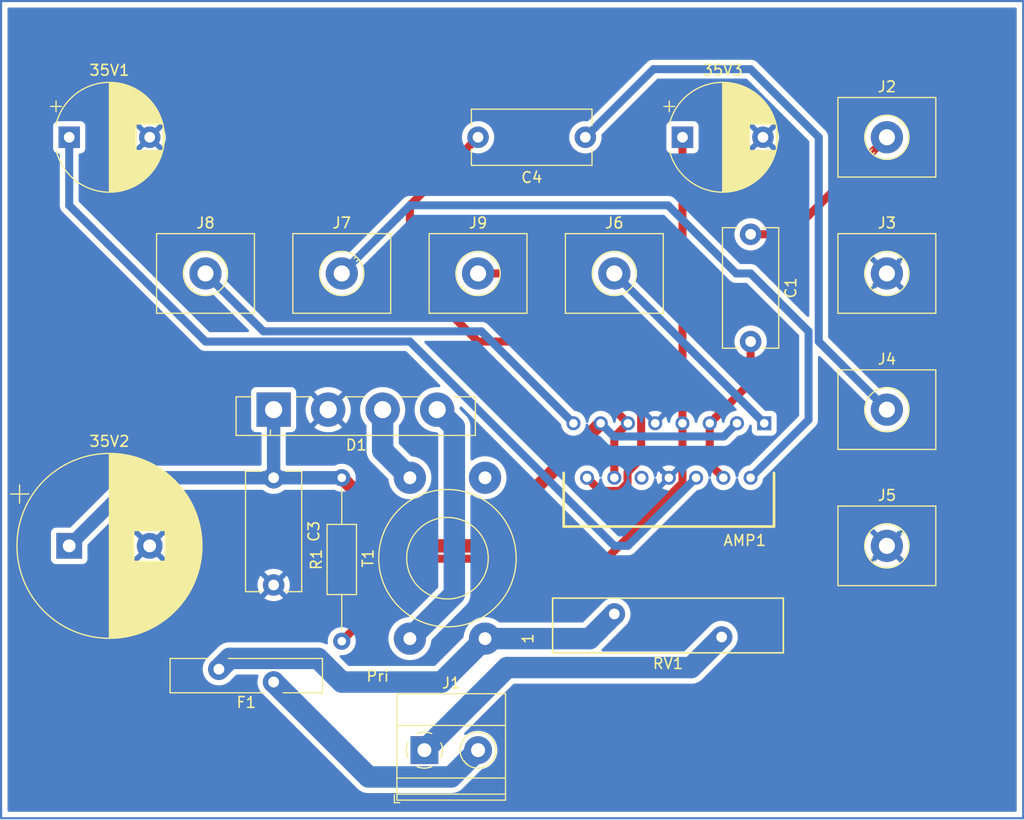
<source format=kicad_pcb>
(kicad_pcb (version 20221018) (generator pcbnew)
  (title_block (title "Stereo Amplifier Module ") (date "01.09.2023") (rev "1.0") (company "by Muxtar_Safarov"))
  (layers (0 "F.Cu" signal) (31 "B.Cu" signal) (34 "B.Paste" user) (35 "F.Paste" user) (36 "B.SilkS" user "B.Silkscreen") (37 "F.SilkS" user "F.Silkscreen") (38 "B.Mask" user) (39 "F.Mask" user) (44 "Edge.Cuts" user))
  (net 0 "")
  (net 1 "Net-(AMP1-SVR)")
  (net 2 "Earth")
  (net 3 "+12V")
  (net 4 "CONN")
  (net 5 "Net-(AMP1-OUT1)")
  (net 6 "Net-(AMP1-IN1)")
  (net 7 "Net-(AMP1-IN3)")
  (net 8 "Net-(AMP1-OUT3)")
  (net 9 "Net-(AMP1-OUT2)")
  (net 11 "Net-(AMP1-OUT4)")
  (net 12 "Net-(J2-Pin_1)")
  (net 13 "Net-(J4-Pin_1)")
  (net 14 "Net-(T1-SB)")
  (net 15 "Net-(T1-SA)")
  (net 16 "Net-(J1-Pin_2)")
  (net 17 "Net-(T1-AA)")
  (net 18 "Net-(J1-Pin_1)")
  (footprint "TerminalBlock_MetzConnect:TerminalBlock_MetzConnect_360271_1x01_Horizontal_ScrewM3.0_Boxed" (layer "F.Cu") (at 107.95 165.1)
    (fp_text reference "J5" (at 0 -4.71) (layer "F.SilkS"))
    (fp_text value "IN Left2")
    (pad "1" thru_hole circle (at 0 0) (size 3 3) (drill 1.5) (layers "*.Cu" "*.Mask") (net 2 "Earth"))
  )
  (footprint "Capacitor_THT:C_Disc_D11.0mm_W5.0mm_P10.00mm" (layer "F.Cu") (at 50.8 158.75 -90)
    (fp_text reference "C3" (at 5 -3.75 90) (layer "F.SilkS"))
    (fp_text value "220pF")
    (pad "1" thru_hole circle (at 0 0 270) (size 2 2) (drill 1) (layers "*.Cu" "*.Mask") (net 3 "+12V"))
    (pad "2" thru_hole circle (at 10 0 270) (size 2 2) (drill 1) (layers "*.Cu" "*.Mask") (net 2 "Earth"))
  )
  (footprint "Capacitor_THT:CP_Radial_D10.0mm_P7.50mm" (layer "F.Cu") (at 31.75 127)
    (fp_text reference "35V1" (at 3.75 -6.25) (layer "F.SilkS"))
    (fp_text value "47uF")
    (pad "1" thru_hole rect (at 0 0) (size 2 2) (drill 1) (layers "*.Cu" "*.Mask") (net 1 "Net-(AMP1-SVR)"))
    (pad "2" thru_hole circle (at 7.5 0) (size 2 2) (drill 1) (layers "*.Cu" "*.Mask") (net 2 "Earth"))
  )
  (footprint "TerminalBlock_MetzConnect:TerminalBlock_MetzConnect_360271_1x01_Horizontal_ScrewM3.0_Boxed" (layer "F.Cu") (at 107.95 127)
    (fp_text reference "J2" (at 0 -4.71) (layer "F.SilkS"))
    (fp_text value "IN Right2")
    (pad "1" thru_hole circle (at 0 0) (size 3 3) (drill 1.5) (layers "*.Cu" "*.Mask") (net 12 "Net-(J2-Pin_1)"))
  )
  (footprint "Transformer_THT:Transformer_Toroid_Horizontal_D12.5mm_Amidon-T44" (layer "F.Cu") (at 70.5 173.75 90)
    (fp_text reference "T1" (at 7.5 -10.9 90) (layer "F.SilkS"))
    (fp_text value "230V-9V")
    (fp_text user "1" (at 0 4 90) (layer "F.SilkS"))
    (fp_text user "Pri" (at -3.5 -10) (layer "F.SilkS"))
    (pad "1" thru_hole circle (at 0 0 90) (size 3 3) (drill 1.2) (layers "*.Cu" "*.Mask") (net 17 "Net-(T1-AA)"))
    (pad "2" thru_hole circle (at 15 0 90) (size 3 3) (drill 1.2) (layers "*.Cu" "*.Mask"))
    (pad "3" thru_hole circle (at 0 -7 90) (size 3 3) (drill 1.2) (layers "*.Cu" "*.Mask") (net 15 "Net-(T1-SA)"))
    (pad "4" thru_hole circle (at 15 -7 90) (size 3 3) (drill 1.2) (layers "*.Cu" "*.Mask") (net 14 "Net-(T1-SB)"))
  )
  (footprint "Capacitor_THT:CP_Radial_D10.0mm_P7.50mm" (layer "F.Cu") (at 88.9 127)
    (fp_text reference "35V3" (at 3.75 -6.25) (layer "F.SilkS"))
    (fp_text value "47uF")
    (pad "1" thru_hole rect (at 0 0) (size 2 2) (drill 1) (layers "*.Cu" "*.Mask") (net 4 "CONN"))
    (pad "2" thru_hole circle (at 7.5 0) (size 2 2) (drill 1) (layers "*.Cu" "*.Mask") (net 2 "Earth"))
  )
  (footprint "TerminalBlock_MetzConnect:TerminalBlock_MetzConnect_360271_1x01_Horizontal_ScrewM3.0_Boxed" (layer "F.Cu") (at 44.45 139.7)
    (fp_text reference "J8" (at 0 -4.71) (layer "F.SilkS"))
    (fp_text value "OUT Left1")
    (pad "1" thru_hole circle (at 0 0) (size 3 3) (drill 1.5) (layers "*.Cu" "*.Mask") (net 8 "Net-(AMP1-OUT3)"))
  )
  (footprint "Varistor:RV_Disc_D21.5mm_W5.1mm_P10mm" (layer "F.Cu") (at 82.55 171.45)
    (fp_text reference "RV1" (at 5 4.625) (layer "F.SilkS"))
    (fp_text value "250VAC")
    (pad "1" thru_hole circle (at 0 0) (size 2 2) (drill 1) (layers "*.Cu" "*.Mask") (net 17 "Net-(T1-AA)"))
    (pad "2" thru_hole circle (at 10 2.15) (size 2 2) (drill 1) (layers "*.Cu" "*.Mask") (net 18 "Net-(J1-Pin_1)"))
  )
  (footprint "Fuse:Fuse_Bourns_MF-RHT750" (layer "F.Cu") (at 50.8 177.8 180)
    (fp_text reference "F1" (at 2.55 -1.9) (layer "F.SilkS"))
    (fp_text value "Fuse")
    (pad "1" thru_hole circle (at 0 0 180) (size 2.01 2.01) (drill 1.01) (layers "*.Cu" "*.Mask") (net 16 "Net-(J1-Pin_2)"))
    (pad "2" thru_hole circle (at 5.1 1.2 180) (size 2.01 2.01) (drill 1.01) (layers "*.Cu" "*.Mask") (net 17 "Net-(T1-AA)"))
  )
  (footprint "TerminalBlock_MetzConnect:TerminalBlock_MetzConnect_360271_1x01_Horizontal_ScrewM3.0_Boxed" (layer "F.Cu") (at 57.15 139.7)
    (fp_text reference "J7" (at 0 -4.71) (layer "F.SilkS"))
    (fp_text value "OUT Right1")
    (pad "1" thru_hole circle (at 0 0) (size 3 3) (drill 1.5) (layers "*.Cu" "*.Mask") (net 9 "Net-(AMP1-OUT2)"))
  )
  (footprint "TerminalBlock_MetzConnect:TerminalBlock_MetzConnect_360271_1x01_Horizontal_ScrewM3.0_Boxed" (layer "F.Cu") (at 107.95 152.4)
    (fp_text reference "J4" (at 0 -4.71) (layer "F.SilkS"))
    (fp_text value "IN Left1")
    (pad "1" thru_hole circle (at 0 0) (size 3 3) (drill 1.5) (layers "*.Cu" "*.Mask") (net 13 "Net-(J4-Pin_1)"))
  )
  (footprint "Capacitor_THT:C_Disc_D11.0mm_W5.0mm_P10.00mm" (layer "F.Cu") (at 95.25 136.05 -90)
    (fp_text reference "C1" (at 5 -3.75 90) (layer "F.SilkS"))
    (fp_text value "330nF")
    (pad "1" thru_hole circle (at 0 0 270) (size 2 2) (drill 1) (layers "*.Cu" "*.Mask") (net 12 "Net-(J2-Pin_1)"))
    (pad "2" thru_hole circle (at 10 0 270) (size 2 2) (drill 1) (layers "*.Cu" "*.Mask") (net 6 "Net-(AMP1-IN1)"))
  )
  (footprint "Capacitor_THT:C_Disc_D11.0mm_W5.0mm_P10.00mm" (layer "F.Cu") (at 79.85 127 180)
    (fp_text reference "C4" (at 5 -3.75) (layer "F.SilkS"))
    (fp_text value "330nF")
    (pad "1" thru_hole circle (at 0 0 180) (size 2 2) (drill 1) (layers "*.Cu" "*.Mask") (net 13 "Net-(J4-Pin_1)"))
    (pad "2" thru_hole circle (at 10 0 180) (size 2 2) (drill 1) (layers "*.Cu" "*.Mask") (net 7 "Net-(AMP1-IN3)"))
  )
  (footprint "TerminalBlock_MetzConnect:TerminalBlock_MetzConnect_360271_1x01_Horizontal_ScrewM3.0_Boxed" (layer "F.Cu") (at 107.95 139.7)
    (fp_text reference "J3" (at 0 -4.71) (layer "F.SilkS"))
    (fp_text value "IN Right1")
    (pad "1" thru_hole circle (at 0 0) (size 3 3) (drill 1.5) (layers "*.Cu" "*.Mask") (net 2 "Earth"))
  )
  (footprint "TerminalBlock_MetzConnect:TerminalBlock_MetzConnect_360271_1x01_Horizontal_ScrewM3.0_Boxed" (layer "F.Cu") (at 69.85 139.7)
    (fp_text reference "J9" (at 0 -4.71) (layer "F.SilkS"))
    (fp_text value "OUT Left2")
    (pad "1" thru_hole circle (at 0 0) (size 3 3) (drill 1.5) (layers "*.Cu" "*.Mask") (net 11 "Net-(AMP1-OUT4)"))
  )
  (footprint "Capacitor_THT:CP_Radial_D17.0mm_P7.50mm" (layer "F.Cu") (at 31.75 165.1)
    (fp_text reference "35V2" (at 3.75 -9.75) (layer "F.SilkS"))
    (fp_text value "3300uF")
    (pad "1" thru_hole rect (at 0 0) (size 2.4 2.4) (drill 1.2) (layers "*.Cu" "*.Mask") (net 3 "+12V"))
    (pad "2" thru_hole circle (at 7.5 0) (size 2.4 2.4) (drill 1.2) (layers "*.Cu" "*.Mask") (net 2 "Earth"))
  )
  (footprint "TerminalBlock_Phoenix:TerminalBlock_Phoenix_MKDS-1,5-2_1x02_P5.00mm_Horizontal" (layer "F.Cu") (at 64.85 184.15)
    (fp_text reference "J1" (at 2.5 -6.26) (layer "F.SilkS"))
    (fp_text value "AC 230V 50Hz")
    (pad "1" thru_hole rect (at 0 0) (size 2.6 2.6) (drill 1.3) (layers "*.Cu" "*.Mask") (net 18 "Net-(J1-Pin_1)"))
    (pad "2" thru_hole circle (at 5 0) (size 2.6 2.6) (drill 1.3) (layers "*.Cu" "*.Mask") (net 16 "Net-(J1-Pin_2)"))
  )
  (footprint "Resistor_THT:R_Axial_DIN0207_L6.3mm_D2.5mm_P15.24mm_Horizontal" (layer "F.Cu") (at 57.15 173.99 90)
    (fp_text reference "R1" (at 7.62 -2.37 90) (layer "F.SilkS"))
    (fp_text value "10K")
    (pad "1" thru_hole circle (at 0 0 90) (size 1.6 1.6) (drill 0.8) (layers "*.Cu" "*.Mask") (net 4 "CONN"))
    (pad "2" thru_hole oval (at 15.24 0 90) (size 1.6 1.6) (drill 0.8) (layers "*.Cu" "*.Mask") (net 3 "+12V"))
  )
  (footprint "TDA7377:AMP_TDA7377" (layer "F.Cu") (at 87.63 156.21 180)
    (fp_text reference "AMP1" (at -7.078925 -8.389665) (layer "F.SilkS") (effects (font (size 1.000559 1.000559))))
    (fp_text value "TDA7377")
    (pad "1" thru_hole rect (at -8.89 2.54 180) (size 1.308 1.308) (drill 0.8) (layers "*.Cu" "*.Mask") (net 5 "Net-(AMP1-OUT1)"))
    (pad "2" thru_hole circle (at -7.62 -2.54 180) (size 1.308 1.308) (drill 0.8) (layers "*.Cu" "*.Mask") (net 9 "Net-(AMP1-OUT2)"))
    (pad "3" thru_hole circle (at -6.35 2.54 180) (size 1.308 1.308) (drill 0.8) (layers "*.Cu" "*.Mask") (net 3 "+12V"))
    (pad "4" thru_hole circle (at -5.08 -2.54 180) (size 1.308 1.308) (drill 0.8) (layers "*.Cu" "*.Mask") (net 6 "Net-(AMP1-IN1)"))
    (pad "5" thru_hole circle (at -3.81 2.54 180) (size 1.308 1.308) (drill 0.8) (layers "*.Cu" "*.Mask") (net 6 "Net-(AMP1-IN1)"))
    (pad "6" thru_hole circle (at -2.54 -2.54 180) (size 1.308 1.308) (drill 0.8) (layers "*.Cu" "*.Mask") (net 1 "Net-(AMP1-SVR)"))
    (pad "7" thru_hole circle (at -1.27 2.54 180) (size 1.308 1.308) (drill 0.8) (layers "*.Cu" "*.Mask") (net 4 "CONN"))
    (pad "8" thru_hole circle (at 0 -2.54 180) (size 1.308 1.308) (drill 0.8) (layers "*.Cu" "*.Mask") (net 2 "Earth"))
    (pad "9" thru_hole circle (at 1.27 2.54 180) (size 1.308 1.308) (drill 0.8) (layers "*.Cu" "*.Mask") (net 2 "Earth"))
    (pad "10" thru_hole circle (at 2.54 -2.54 180) (size 1.308 1.308) (drill 0.8) (layers "*.Cu" "*.Mask"))
    (pad "11" thru_hole circle (at 3.81 2.54 180) (size 1.308 1.308) (drill 0.8) (layers "*.Cu" "*.Mask") (net 7 "Net-(AMP1-IN3)"))
    (pad "12" thru_hole circle (at 5.08 -2.54 180) (size 1.308 1.308) (drill 0.8) (layers "*.Cu" "*.Mask") (net 7 "Net-(AMP1-IN3)"))
    (pad "13" thru_hole circle (at 6.35 2.54 180) (size 1.308 1.308) (drill 0.8) (layers "*.Cu" "*.Mask") (net 3 "+12V"))
    (pad "14" thru_hole circle (at 7.62 -2.54 180) (size 1.308 1.308) (drill 0.8) (layers "*.Cu" "*.Mask") (net 11 "Net-(AMP1-OUT4)"))
    (pad "15" thru_hole circle (at 8.89 2.54 180) (size 1.308 1.308) (drill 0.8) (layers "*.Cu" "*.Mask") (net 8 "Net-(AMP1-OUT3)"))
  )
  (footprint "Diode_THT:Diode_Bridge_Vishay_GBU" (layer "F.Cu") (at 50.8 152.4)
    (fp_text reference "D1" (at 7.7 3.3) (layer "F.SilkS"))
    (fp_text value "Bridge D")
    (pad "1" thru_hole rect (at 0 0) (size 3.2 3.2) (drill 1.6) (layers "*.Cu" "*.Mask") (net 3 "+12V"))
    (pad "2" thru_hole circle (at 5.08 0) (size 3.2 3.2) (drill 1.6) (layers "*.Cu" "*.Mask") (net 2 "Earth"))
    (pad "3" thru_hole circle (at 10.16 0) (size 3.2 3.2) (drill 1.6) (layers "*.Cu" "*.Mask") (net 14 "Net-(T1-SB)"))
    (pad "4" thru_hole circle (at 15.24 0) (size 3.2 3.2) (drill 1.6) (layers "*.Cu" "*.Mask") (net 15 "Net-(T1-SA)"))
  )
  (footprint "TerminalBlock_MetzConnect:TerminalBlock_MetzConnect_360271_1x01_Horizontal_ScrewM3.0_Boxed" (layer "F.Cu") (at 82.55 139.7)
    (fp_text reference "J6" (at 0 -4.71) (layer "F.SilkS"))
    (fp_text value "OUT Right2")
    (pad "1" thru_hole circle (at 0 0) (size 3 3) (drill 1.5) (layers "*.Cu" "*.Mask") (net 5 "Net-(AMP1-OUT1)"))
  )
  (gr_rect (start 25.4 114.3) (end 120.65 190.5) (stroke (width 0.2)) (fill none) (layer "B.Cu"))
  (segment (start 44.45 146.05) (end 31.75 133.35) (width 0.75) (layer "B.Cu") (net 1))
  (segment (start 63.5 146.05) (end 44.45 146.05) (width 0.75) (layer "B.Cu") (net 1))
  (segment (start 83.82 165.1) (end 82.55 165.1) (width 0.75) (layer "B.Cu") (net 1))
  (segment (start 82.55 165.1) (end 63.5 146.05) (width 0.75) (layer "B.Cu") (net 1))
  (segment (start 90.17 158.75) (end 83.82 165.1) (width 0.75) (layer "B.Cu") (net 1))
  (segment (start 31.75 133.35) (end 31.75 127) (width 0.75) (layer "B.Cu") (net 1))
  (segment (start 69.85 165.1) (end 81.28 153.67) (width 1.25) (layer "F.Cu") (net 3))
  (segment (start 63.5 165.1) (end 69.85 165.1) (width 1.25) (layer "F.Cu") (net 3))
  (segment (start 57.15 158.75) (end 63.5 165.1) (width 1.25) (layer "F.Cu") (net 3))
  (segment (start 82.509 154.899) (end 81.28 153.67) (width 0.75) (layer "B.Cu") (net 3))
  (segment (start 92.751 154.899) (end 82.509 154.899) (width 0.75) (layer "B.Cu") (net 3))
  (segment (start 31.75 165.1) (end 38.1 158.75) (width 1.25) (layer "B.Cu") (net 3))
  (segment (start 38.1 158.75) (end 50.8 158.75) (width 1.25) (layer "B.Cu") (net 3))
  (segment (start 50.8 152.4) (end 50.8 158.75) (width 1.25) (layer "B.Cu") (net 3))
  (segment (start 93.98 153.67) (end 92.751 154.899) (width 0.75) (layer "B.Cu") (net 3))
  (segment (start 50.8 158.75) (end 57.15 158.75) (width 1.25) (layer "B.Cu") (net 3))
  (segment (start 88.9 159.218069) (end 88.9 153.67) (width 0.75) (layer "F.Cu") (net 4))
  (segment (start 57.15 173.99) (end 64.84 166.3) (width 0.75) (layer "F.Cu") (net 4))
  (segment (start 81.818069 166.3) (end 88.9 159.218069) (width 0.75) (layer "F.Cu") (net 4))
  (segment (start 88.9 153.67) (end 88.9 127) (width 0.75) (layer "F.Cu") (net 4))
  (segment (start 64.84 166.3) (end 81.818069 166.3) (width 0.75) (layer "F.Cu") (net 4))
  (segment (start 96.52 153.67) (end 82.55 139.7) (width 0.75) (layer "B.Cu") (net 5))
  (segment (start 91.44 157.48) (end 92.71 158.75) (width 0.75) (layer "F.Cu") (net 6))
  (segment (start 91.44 153.67) (end 95.25 149.86) (width 0.75) (layer "F.Cu") (net 6))
  (segment (start 95.25 149.86) (end 95.25 146.05) (width 0.75) (layer "F.Cu") (net 6))
  (segment (start 91.44 153.67) (end 91.44 157.48) (width 0.75) (layer "F.Cu") (net 6))
  (segment (start 76.2 146.05) (end 83.82 153.67) (width 0.75) (layer "F.Cu") (net 7))
  (segment (start 63.5 133.35) (end 63.5 139.7) (width 0.75) (layer "F.Cu") (net 7))
  (segment (start 82.55 158.75) (end 82.55 154.94) (width 0.75) (layer "F.Cu") (net 7))
  (segment (start 69.85 146.05) (end 76.2 146.05) (width 0.75) (layer "F.Cu") (net 7))
  (segment (start 82.55 154.94) (end 83.82 153.67) (width 0.75) (layer "F.Cu") (net 7))
  (segment (start 69.85 127) (end 63.5 133.35) (width 0.75) (layer "F.Cu") (net 7))
  (segment (start 63.5 139.7) (end 69.85 146.05) (width 0.75) (layer "F.Cu") (net 7))
  (segment (start 49.85 145.1) (end 70.17 145.1) (width 0.75) (layer "B.Cu") (net 8))
  (segment (start 44.45 139.7) (end 49.85 145.1) (width 0.75) (layer "B.Cu") (net 8))
  (segment (start 70.17 145.1) (end 78.74 153.67) (width 0.75) (layer "B.Cu") (net 8))
  (segment (start 57.15 139.7) (end 63.5 133.35) (width 0.75) (layer "B.Cu") (net 9))
  (segment (start 95.25 139.7) (end 100.65 145.1) (width 0.75) (layer "B.Cu") (net 9))
  (segment (start 100.65 153.35) (end 95.25 158.75) (width 0.75) (layer "B.Cu") (net 9))
  (segment (start 93.906498 139.7) (end 95.25 139.7) (width 0.75) (layer "B.Cu") (net 9))
  (segment (start 87.556498 133.35) (end 93.906498 139.7) (width 0.75) (layer "B.Cu") (net 9))
  (segment (start 100.65 145.1) (end 100.65 153.35) (width 0.75) (layer "B.Cu") (net 9))
  (segment (start 63.5 133.35) (end 87.556498 133.35) (width 0.75) (layer "B.Cu") (net 9))
  (segment (start 83.779 158.240931) (end 83.779 159.259069) (width 0.75) (layer "F.Cu") (net 11))
  (segment (start 85.049 152.77768) (end 85.049 156.970931) (width 0.75) (layer "F.Cu") (net 11))
  (segment (start 83.059069 159.979) (end 81.239 159.979) (width 0.75) (layer "F.Cu") (net 11))
  (segment (start 81.239 159.979) (end 80.01 158.75) (width 0.75) (layer "F.Cu") (net 11))
  (segment (start 85.049 156.970931) (end 83.779 158.240931) (width 0.75) (layer "F.Cu") (net 11))
  (segment (start 83.779 159.259069) (end 83.059069 159.979) (width 0.75) (layer "F.Cu") (net 11))
  (segment (start 71.97132 139.7) (end 85.049 152.77768) (width 0.75) (layer "F.Cu") (net 11))
  (segment (start 69.85 139.7) (end 71.97132 139.7) (width 0.75) (layer "F.Cu") (net 11))
  (segment (start 95.25 136.05) (end 98.9 136.05) (width 0.75) (layer "F.Cu") (net 12))
  (segment (start 98.9 136.05) (end 107.95 127) (width 0.75) (layer "F.Cu") (net 12))
  (segment (start 107.95 152.4) (end 101.6 146.05) (width 0.75) (layer "B.Cu") (net 13))
  (segment (start 101.6 127) (end 95.25 120.65) (width 0.75) (layer "B.Cu") (net 13))
  (segment (start 95.25 120.65) (end 86.2 120.65) (width 0.75) (layer "B.Cu") (net 13))
  (segment (start 86.2 120.65) (end 79.85 127) (width 0.75) (layer "B.Cu") (net 13))
  (segment (start 101.6 146.05) (end 101.6 127) (width 0.75) (layer "B.Cu") (net 13))
  (segment (start 60.96 152.4) (end 60.96 156.21) (width 2) (layer "B.Cu") (net 14))
  (segment (start 60.96 156.21) (end 63.5 158.75) (width 2) (layer "B.Cu") (net 14))
  (segment (start 67.64 154) (end 67.64 169.61) (width 2) (layer "B.Cu") (net 15))
  (segment (start 66.04 152.4) (end 67.64 154) (width 2) (layer "B.Cu") (net 15))
  (segment (start 67.64 169.61) (end 63.5 173.75) (width 2) (layer "B.Cu") (net 15))
  (segment (start 59.65 186.65) (end 67.35 186.65) (width 2) (layer "B.Cu") (net 16))
  (segment (start 67.35 186.65) (end 69.85 184.15) (width 2) (layer "B.Cu") (net 16))
  (segment (start 50.8 177.8) (end 59.65 186.65) (width 2) (layer "B.Cu") (net 16))
  (segment (start 54.945 175.595) (end 57.15 177.8) (width 2) (layer "B.Cu") (net 17))
  (segment (start 70.5 173.75) (end 80.25 173.75) (width 2) (layer "B.Cu") (net 17))
  (segment (start 46.705 175.595) (end 54.945 175.595) (width 2) (layer "B.Cu") (net 17))
  (segment (start 57.15 177.8) (end 66.45 177.8) (width 2) (layer "B.Cu") (net 17))
  (segment (start 66.45 177.8) (end 70.5 173.75) (width 2) (layer "B.Cu") (net 17))
  (segment (start 80.25 173.75) (end 82.55 171.45) (width 2) (layer "B.Cu") (net 17))
  (segment (start 45.7 176.6) (end 46.705 175.595) (width 2) (layer "B.Cu") (net 17))
  (segment (start 89.7 176.45) (end 72.55 176.45) (width 2) (layer "B.Cu") (net 18))
  (segment (start 72.55 176.45) (end 64.85 184.15) (width 2) (layer "B.Cu") (net 18))
  (segment (start 92.55 173.6) (end 89.7 176.45) (width 2) (layer "B.Cu") (net 18))
  (zone (net 2) (net_name "Earth") (layer "B.Cu") (connect_pads (clearance 0.5)) (min_thickness 0.25) (fill yes (thermal_gap 0.5) (thermal_bridge_width 0.5))
    (polygon (pts (xy 25.4 114.3) (xy 25.4 190.5) (xy 120.65 190.5) (xy 120.65 114.3)))
  )
)
</source>
